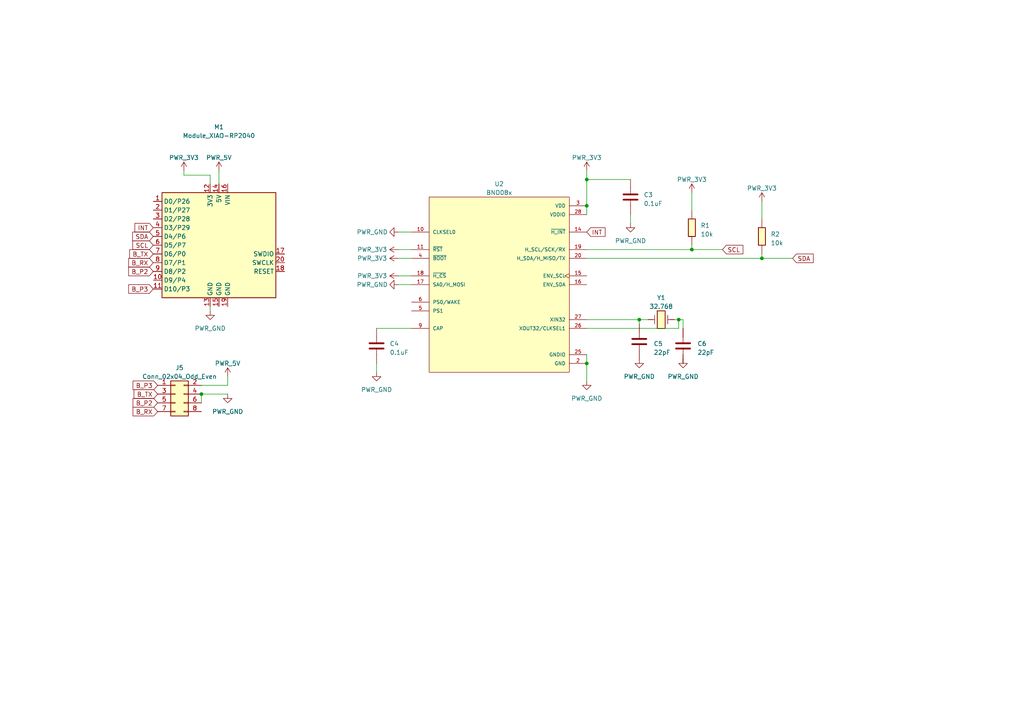
<source format=kicad_sch>
(kicad_sch (version 20230121) (generator eeschema)
  (paper "A4")
  (lib_symbols
    (symbol "BNO080:BNO080" (pin_names (offset 1.016))
      (property "Reference" "U" (at -20.32 26.67 0))
      (property "Value" "BNO080" (at -20.32 -29.21 0))
      (symbol "BNO080_0_0"
        (rectangle (start -20.32 -25.4) (end 20.32 25.4) (stroke (width 0.1524)) (fill (type background)))
        (pin input line (at -25.4 15.24 0) (length 5.08) (name "CLKSEL0") (number "10"))
        (pin input line (at -25.4 10.16 0) (length 5.08) (name "~{RST}") (number "11"))
        (pin output line (at 25.4 15.24 180) (length 5.08) (name "~{H_INT}") (number "14"))
        (pin bidirectional clock (at 25.4 2.54 180) (length 5.08) (name "ENV_SCL") (number "15"))
        (pin bidirectional line (at 25.4 0 180) (length 5.08) (name "ENV_SDA") (number "16"))
        (pin input line (at -25.4 0 0) (length 5.08) (name "SA0/H_MOSI") (number "17"))
        (pin input line (at -25.4 2.54 0) (length 5.08) (name "~{H_CS}") (number "18"))
        (pin bidirectional line (at 25.4 10.16 180) (length 5.08) (name "H_SCL/SCK/RX") (number "19"))
        (pin power_in line (at 25.4 -22.86 180) (length 5.08) (name "GND") (number "2"))
        (pin bidirectional line (at 25.4 7.62 180) (length 5.08) (name "H_SDA/H_MISO/TX") (number "20"))
        (pin power_in line (at 25.4 -20.32 180) (length 5.08) (name "GNDIO") (number "25"))
        (pin output line (at 25.4 -12.7 180) (length 5.08) (name "XOUT32/CLKSEL1") (number "26"))
        (pin input line (at 25.4 -10.16 180) (length 5.08) (name "XIN32") (number "27"))
        (pin power_in line (at 25.4 20.32 180) (length 5.08) (name "VDDIO") (number "28"))
        (pin power_in line (at 25.4 22.86 180) (length 5.08) (name "VDD") (number "3"))
        (pin input line (at -25.4 7.62 0) (length 5.08) (name "~{BOOT}") (number "4"))
        (pin input line (at -25.4 -7.62 0) (length 5.08) (name "PS1") (number "5"))
        (pin input line (at -25.4 -5.08 0) (length 5.08) (name "PS0/WAKE") (number "6"))
        (pin passive line (at -25.4 -12.7 0) (length 5.08) (name "CAP") (number "9"))
      )
    )
    (symbol "Connector_Generic:Conn_02x04_Odd_Even" (pin_names (offset 1.016) hide)
      (property "Reference" "J" (at 1.27 5.08 0))
      (property "Value" "Conn_02x04_Odd_Even" (at 1.27 -7.62 0))
      (symbol "Conn_02x04_Odd_Even_1_1"
        (rectangle (start -1.27 -4.953) (end 0 -5.207) (stroke (width 0.1524)))
        (rectangle (start -1.27 -2.413) (end 0 -2.667) (stroke (width 0.1524)))
        (rectangle (start -1.27 0.127) (end 0 -0.127) (stroke (width 0.1524)))
        (rectangle (start -1.27 2.667) (end 0 2.413) (stroke (width 0.1524)))
        (rectangle (start -1.27 3.81) (end 3.81 -6.35) (stroke (width 0.254)) (fill (type background)))
        (rectangle (start 3.81 -4.953) (end 2.54 -5.207) (stroke (width 0.1524)))
        (rectangle (start 3.81 -2.413) (end 2.54 -2.667) (stroke (width 0.1524)))
        (rectangle (start 3.81 0.127) (end 2.54 -0.127) (stroke (width 0.1524)))
        (rectangle (start 3.81 2.667) (end 2.54 2.413) (stroke (width 0.1524)))
        (pin passive line (at -5.08 2.54 0) (length 3.81) (name "Pin_1") (number "1"))
        (pin passive line (at 7.62 2.54 180) (length 3.81) (name "Pin_2") (number "2"))
        (pin passive line (at -5.08 0 0) (length 3.81) (name "Pin_3") (number "3"))
        (pin passive line (at 7.62 0 180) (length 3.81) (name "Pin_4") (number "4"))
        (pin passive line (at -5.08 -2.54 0) (length 3.81) (name "Pin_5") (number "5"))
        (pin passive line (at 7.62 -2.54 180) (length 3.81) (name "Pin_6") (number "6"))
        (pin passive line (at -5.08 -5.08 0) (length 3.81) (name "Pin_7") (number "7"))
        (pin passive line (at 7.62 -5.08 180) (length 3.81) (name "Pin_8") (number "8"))
      )
    )
    (symbol "fab:C_1206" (pin_numbers hide)
      (property "Reference" "C" (at 0.635 2.54 0))
      (property "Value" "C_1206" (at 0.635 -2.54 0))
      (symbol "C_1206_0_1"
        (polyline (pts (xy -2.032 -0.762) (xy 2.032 -0.762)) (stroke (width 0.508)))
        (polyline (pts (xy -2.032 0.762) (xy 2.032 0.762)) (stroke (width 0.508)))
        (polyline (pts (xy 0 -0.635) (xy 0 -2.54)))
        (polyline (pts (xy 0 0.635) (xy 0 2.54)))
      )
      (symbol "C_1206_1_1"
        (pin passive line (at 0 5.08 270) (length 2.54) (name "~") (number "1"))
        (pin passive line (at 0 -5.08 90) (length 2.54) (name "~") (number "2"))
      )
    )
    (symbol "fab:Crystal_NX5032GA-20" (pin_numbers hide) (pin_names (offset 1.016) hide)
      (property "Reference" "Y" (at 0 3.81 0))
      (property "Value" "Crystal_NX5032GA-20" (at 0 -3.81 0))
      (symbol "Crystal_NX5032GA-20_0_1"
        (rectangle (start -1.143 2.54) (end 1.143 -2.54) (stroke (width 0.254)) (fill (type background)))
        (polyline (pts (xy -2.54 0) (xy -1.905 0)))
        (polyline (pts (xy -1.905 -1.27) (xy -1.905 1.27)))
        (polyline (pts (xy 1.905 -1.27) (xy 1.905 1.27)))
        (polyline (pts (xy 2.54 0) (xy 1.905 0)))
      )
      (symbol "Crystal_NX5032GA-20_1_1"
        (pin passive line (at -3.81 0 0) (length 1.27) (name "1") (number "1"))
        (pin passive line (at 3.81 0 180) (length 1.27) (name "2") (number "2"))
      )
    )
    (symbol "fab:Module_XIAO-RP2040"
      (property "Reference" "M1" (at 0 34.29 0))
      (property "Value" "Module_XIAO-RP2040" (at 0 31.75 0))
      (symbol "Module_XIAO-RP2040_1_1"
        (rectangle (start -16.51 15.24) (end 16.51 -15.24) (stroke (width 0.254)) (fill (type background)))
        (pin bidirectional line (at -19.05 12.7 0) (length 2.54) (name "D0/P26") (number "1"))
        (pin bidirectional line (at -19.05 -10.16 0) (length 2.54) (name "D9/P4") (number "10"))
        (pin bidirectional line (at -19.05 -12.7 0) (length 2.54) (name "D10/P3") (number "11"))
        (pin power_in line (at -2.54 17.78 270) (length 2.54) (name "3V3") (number "12"))
        (pin power_in line (at -2.54 -17.78 90) (length 2.54) (name "GND") (number "13"))
        (pin power_in line (at 0 17.78 270) (length 2.54) (name "5V") (number "14"))
        (pin power_in line (at 0 -17.78 90) (length 2.54) (name "GND") (number "15"))
        (pin power_in line (at 2.54 17.78 270) (length 2.54) (name "VIN") (number "16"))
        (pin bidirectional line (at 19.05 -2.54 180) (length 2.54) (name "SWDIO") (number "17"))
        (pin input line (at 19.05 -7.62 180) (length 2.54) (name "RESET") (number "18"))
        (pin power_in line (at 2.54 -17.78 90) (length 2.54) (name "GND") (number "19"))
        (pin bidirectional line (at -19.05 10.16 0) (length 2.54) (name "D1/P27") (number "2"))
        (pin input line (at 19.05 -5.08 180) (length 2.54) (name "SWCLK") (number "20"))
        (pin bidirectional line (at -19.05 7.62 0) (length 2.54) (name "D2/P28") (number "3"))
        (pin bidirectional line (at -19.05 5.08 0) (length 2.54) (name "D3/P29") (number "4"))
        (pin bidirectional line (at -19.05 2.54 0) (length 2.54) (name "D4/P6") (number "5"))
        (pin bidirectional line (at -19.05 0 0) (length 2.54) (name "D5/P7") (number "6"))
        (pin bidirectional line (at -19.05 -2.54 0) (length 2.54) (name "D6/P0") (number "7"))
        (pin bidirectional line (at -19.05 -5.08 0) (length 2.54) (name "D7/P1") (number "8"))
        (pin bidirectional line (at -19.05 -7.62 0) (length 2.54) (name "D8/P2") (number "9"))
      )
    )
    (symbol "fab:PWR_3V3" (power) (pin_names (offset 0))
      (property "Value" "PWR_3V3" (at 0 3.556 0))
      (symbol "PWR_3V3_0_1"
        (polyline (pts (xy -0.762 1.27) (xy 0 2.54)))
        (polyline (pts (xy 0 0) (xy 0 2.54)))
        (polyline (pts (xy 0 2.54) (xy 0.762 1.27)))
      )
      (symbol "PWR_3V3_1_1"
        (pin power_in line (at 0 0 90) (length 0) hide (name "PWR_3V3") (number "1"))
      )
    )
    (symbol "fab:PWR_5V" (power) (pin_names (offset 0))
      (property "Value" "PWR_5V" (at 0 3.556 0))
      (symbol "PWR_5V_0_1"
        (polyline (pts (xy -0.762 1.27) (xy 0 2.54)))
        (polyline (pts (xy 0 0) (xy 0 2.54)))
        (polyline (pts (xy 0 2.54) (xy 0.762 1.27)))
      )
      (symbol "PWR_5V_1_1"
        (pin power_in line (at 0 0 90) (length 0) hide (name "PWR_5V") (number "1"))
      )
    )
    (symbol "fab:PWR_GND" (power) (pin_names (offset 0))
      (property "Value" "PWR_GND" (at 0 -3.81 0))
      (symbol "PWR_GND_0_1"
        (polyline (pts (xy 0 0) (xy 0 -1.27) (xy 1.27 -1.27) (xy 0 -2.54) (xy -1.27 -1.27) (xy 0 -1.27)))
      )
      (symbol "PWR_GND_1_1"
        (pin power_in line (at 0 0 270) (length 0) hide (name "PWR_GND") (number "1"))
      )
    )
    (symbol "fab:R_1206" (pin_numbers hide) (pin_names (offset 0))
      (property "Reference" "R" (at 2.54 0 90))
      (property "Value" "R_1206" (at -2.54 0 90))
      (symbol "R_1206_0_1"
        (rectangle (start -1.016 -2.54) (end 1.016 2.54) (stroke (width 0.254)) (fill (type background)))
      )
      (symbol "R_1206_1_1"
        (pin passive line (at 0 5.08 270) (length 2.54) (name "~") (number "1"))
        (pin passive line (at 0 -5.08 90) (length 2.54) (name "~") (number "2"))
      )
    )
  )
  (junction (at 170.18 105.41))
  (junction (at 58.42 114.3))
  (junction (at 170.18 59.69))
  (junction (at 200.66 72.39))
  (junction (at 170.18 52.07))
  (junction (at 196.85 92.71))
  (junction (at 220.98 74.93))
  (junction (at 185.42 92.71))
  (wire (pts (xy 115.57 80.01) (xy 119.38 80.01)))
  (wire (pts (xy 200.66 55.88) (xy 200.66 60.96)))
  (wire (pts (xy 115.57 82.55) (xy 119.38 82.55)))
  (wire (pts (xy 196.85 95.25) (xy 196.85 92.71)))
  (wire (pts (xy 58.42 114.3) (xy 66.04 114.3)))
  (wire (pts (xy 63.5 49.53) (xy 63.5 53.34)))
  (wire (pts (xy 198.12 105.41) (xy 198.12 104.14)))
  (wire (pts (xy 170.18 110.49) (xy 170.18 105.41)))
  (wire (pts (xy 66.04 111.76) (xy 58.42 111.76)))
  (wire (pts (xy 58.42 114.3) (xy 58.42 116.84)))
  (wire (pts (xy 60.96 50.8) (xy 60.96 53.34)))
  (wire (pts (xy 53.34 50.8) (xy 60.96 50.8)))
  (wire (pts (xy 170.18 102.87) (xy 170.18 105.41)))
  (wire (pts (xy 185.42 93.98) (xy 185.42 92.71)))
  (wire (pts (xy 109.22 107.95) (xy 109.22 105.41)))
  (wire (pts (xy 196.85 92.71) (xy 198.12 92.71)))
  (wire (pts (xy 187.96 92.71) (xy 185.42 92.71)))
  (wire (pts (xy 170.18 74.93) (xy 220.98 74.93)))
  (wire (pts (xy 182.88 64.77) (xy 182.88 62.23)))
  (wire (pts (xy 200.66 72.39) (xy 209.55 72.39)))
  (wire (pts (xy 170.18 59.69) (xy 170.18 62.23)))
  (wire (pts (xy 115.57 72.39) (xy 119.38 72.39)))
  (wire (pts (xy 220.98 74.93) (xy 229.87 74.93)))
  (wire (pts (xy 115.57 74.93) (xy 119.38 74.93)))
  (wire (pts (xy 53.34 50.8) (xy 53.34 49.53)))
  (wire (pts (xy 170.18 52.07) (xy 170.18 59.69)))
  (wire (pts (xy 220.98 58.42) (xy 220.98 63.5)))
  (wire (pts (xy 170.18 72.39) (xy 200.66 72.39)))
  (wire (pts (xy 170.18 49.53) (xy 170.18 52.07)))
  (wire (pts (xy 195.58 92.71) (xy 196.85 92.71)))
  (wire (pts (xy 60.96 90.17) (xy 60.96 88.9)))
  (wire (pts (xy 185.42 92.71) (xy 170.18 92.71)))
  (wire (pts (xy 220.98 73.66) (xy 220.98 74.93)))
  (wire (pts (xy 66.04 109.22) (xy 66.04 111.76)))
  (wire (pts (xy 115.57 67.31) (xy 119.38 67.31)))
  (wire (pts (xy 109.22 95.25) (xy 119.38 95.25)))
  (wire (pts (xy 198.12 92.71) (xy 198.12 95.25)))
  (wire (pts (xy 200.66 71.12) (xy 200.66 72.39)))
  (wire (pts (xy 170.18 52.07) (xy 182.88 52.07)))
  (wire (pts (xy 170.18 95.25) (xy 196.85 95.25)))
  (global_label "SDA" (shape input) (at 229.87 74.93 0) (property "Intersheetrefs" "${INTERSHEET_REFS}" (effects hide)))
  (global_label "INT" (shape input) (at 170.18 67.31 0) (property "Intersheetrefs" "${INTERSHEET_REFS}" (effects hide)))
  (global_label "B_TX" (shape input) (at 44.45 73.66 180) (property "Intersheetrefs" "${INTERSHEET_REFS}" (effects hide)))
  (global_label "B_P3" (shape input) (at 45.72 111.76 180) (property "Intersheetrefs" "${INTERSHEET_REFS}" (effects hide)))
  (global_label "INT" (shape input) (at 44.45 66.04 180) (property "Intersheetrefs" "${INTERSHEET_REFS}" (effects hide)))
  (global_label "SDA" (shape input) (at 44.45 68.58 180) (property "Intersheetrefs" "${INTERSHEET_REFS}" (effects hide)))
  (global_label "B_P2" (shape input) (at 45.72 116.84 180) (property "Intersheetrefs" "${INTERSHEET_REFS}" (effects hide)))
  (global_label "B_P2" (shape input) (at 44.45 78.74 180) (property "Intersheetrefs" "${INTERSHEET_REFS}" (effects hide)))
  (global_label "SCL" (shape input) (at 209.55 72.39 0) (property "Intersheetrefs" "${INTERSHEET_REFS}" (effects hide)))
  (global_label "B_TX" (shape input) (at 45.72 114.3 180) (property "Intersheetrefs" "${INTERSHEET_REFS}" (effects hide)))
  (global_label "B_RX" (shape input) (at 45.72 119.38 180) (property "Intersheetrefs" "${INTERSHEET_REFS}" (effects hide)))
  (global_label "B_P3" (shape input) (at 44.45 83.82 180) (property "Intersheetrefs" "${INTERSHEET_REFS}" (effects hide)))
  (global_label "B_RX" (shape input) (at 44.45 76.2 180) (property "Intersheetrefs" "${INTERSHEET_REFS}" (effects hide)))
  (global_label "SCL" (shape input) (at 44.45 71.12 180) (property "Intersheetrefs" "${INTERSHEET_REFS}" (effects hide)))
  (symbol (lib_id "fab:R_1206") (at 220.98 68.58 0) (unit 1)
    (property "Reference" "R2" (at 223.52 67.945 0) (effects (justify left)))
    (property "Value" "10k" (at 223.52 70.485 0) (effects (justify left)))
    (property "Footprint" "fab:R_1206" (effects hide))
  )
  (symbol (lib_id "fab:C_1206") (at 109.22 100.33 180) (unit 1)
    (property "Reference" "C4" (at 113.03 99.695 0) (effects (justify right)))
    (property "Value" "0.1uF" (at 113.03 102.235 0) (effects (justify right)))
    (property "Footprint" "fab:C_1206" (effects hide))
    (property "Datasheet" "https://www.yageo.com/upload/media/product/productsearch/datasheet/mlcc/UPY-GP_NP0_16V-to-50V_18.pdf" (effects hide))
  )
  (symbol (lib_id "fab:PWR_3V3") (at 220.98 58.42 0) (unit 1)
    (property "Reference" "#PWR011" (effects hide))
    (property "Value" "PWR_3V3" (at 220.98 54.61 0))
  )
  (symbol (lib_id "fab:PWR_GND") (at 66.04 114.3 0) (unit 1)
    (property "Reference" "#PWR08" (effects hide))
    (property "Value" "PWR_GND" (at 66.04 119.38 0))
  )
  (symbol (lib_id "fab:PWR_GND") (at 115.57 67.31 270) (unit 1)
    (property "Reference" "#PWR020" (effects hide))
    (property "Value" "PWR_GND" (at 107.95 67.31 90))
  )
  (symbol (lib_id "fab:R_1206") (at 200.66 66.04 0) (unit 1)
    (property "Reference" "R1" (at 203.2 65.405 0) (effects (justify left)))
    (property "Value" "10k" (at 203.2 67.945 0) (effects (justify left)))
    (property "Footprint" "fab:R_1206" (effects hide))
  )
  (symbol (lib_id "fab:PWR_3V3") (at 53.34 49.53 0) (unit 1)
    (property "Reference" "#PWR06" (effects hide))
    (property "Value" "PWR_3V3" (at 53.34 45.72 0))
  )
  (symbol (lib_id "fab:PWR_GND") (at 182.88 64.77 0) (unit 1)
    (property "Reference" "#PWR014" (effects hide))
    (property "Value" "PWR_GND" (at 182.88 69.85 0))
  )
  (symbol (lib_id "fab:PWR_3V3") (at 170.18 49.53 0) (unit 1)
    (property "Reference" "#PWR010" (effects hide))
    (property "Value" "PWR_3V3" (at 170.18 45.72 0))
  )
  (symbol (lib_id "fab:PWR_GND") (at 198.12 104.14 0) (unit 1)
    (property "Reference" "#PWR021" (effects hide))
    (property "Value" "PWR_GND" (at 198.12 109.22 0))
  )
  (symbol (lib_id "fab:C_1206") (at 182.88 57.15 0) (unit 1)
    (property "Reference" "C3" (at 186.69 56.515 0) (effects (justify left)))
    (property "Value" "0.1uF" (at 186.69 59.055 0) (effects (justify left)))
    (property "Footprint" "fab:C_1206" (effects hide))
    (property "Datasheet" "https://www.yageo.com/upload/media/product/productsearch/datasheet/mlcc/UPY-GP_NP0_16V-to-50V_18.pdf" (effects hide))
  )
  (symbol (lib_id "fab:PWR_GND") (at 170.18 110.49 0) (unit 1)
    (property "Reference" "#PWR09" (effects hide))
    (property "Value" "PWR_GND" (at 170.18 115.57 0))
  )
  (symbol (lib_id "Connector_Generic:Conn_02x04_Odd_Even") (at 50.8 114.3 0) (unit 1)
    (property "Reference" "J5" (at 52.07 106.68 0))
    (property "Value" "Conn_02x04_Odd_Even" (at 52.07 109.22 0))
    (property "Footprint" "fab:PinHeader_2x04_P2.54mm_Vertical_pinch" (effects hide))
  )
  (symbol (lib_id "fab:PWR_GND") (at 185.42 104.14 0) (unit 1)
    (property "Reference" "#PWR015" (effects hide))
    (property "Value" "PWR_GND" (at 185.42 109.22 0))
  )
  (symbol (lib_id "fab:C_1206") (at 185.42 99.06 0) (unit 1)
    (property "Reference" "C5" (at 189.5691 99.695 0) (effects (justify left)))
    (property "Value" "22pF" (at 189.5691 102.235 0) (effects (justify left)))
    (property "Footprint" "fab:C_1206" (effects hide))
    (property "Datasheet" "https://www.yageo.com/upload/media/product/productsearch/datasheet/mlcc/UPY-GP_NP0_16V-to-50V_18.pdf" (effects hide))
  )
  (symbol (lib_id "BNO080:BNO080") (at 144.78 82.55 0) (unit 1)
    (property "Reference" "U2" (at 144.78 53.34 0))
    (property "Value" "BNO08x" (at 144.78 55.88 0))
    (property "Footprint" "BNO080:IC_BNO080" (effects hide))
    (property "MF" "Hillcrest Laboratories," (effects hide))
    (property "MAXIMUM_PACKAGE_HEIGHT" "1.180 mm" (effects hide))
    (property "Package" "TFLGA-28 Hillcrest Laboratories," (effects hide))
    (property "Price" "None" (effects hide))
    (property "Check_prices" "https://www.snapeda.com/parts/BNO080/Hillcrest+Laboratories%252C+Inc./view-part/?ref=eda" (effects hide))
    (property "STANDARD" "Manufacturer Recommendations" (effects hide))
    (property "PARTREV" "1.6" (effects hide))
    (property "SnapEDA_Link" "https://www.snapeda.com/parts/BNO080/Hillcrest+Laboratories%252C+Inc./view-part/?ref=snap" (effects hide))
    (property "MP" "BNO080" (effects hide))
    (property "Description" "\nAccelerometer, Gyroscope, Magnetometer, 9 Axis Sensor I²C, SPI, UART Output\n" (effects hide))
    (property "Availability" "Not in stock" (effects hide))
    (property "MANUFACTURER" "Hillcrest Laboratories, Inc." (effects hide))
  )
  (symbol (lib_id "fab:PWR_3V3") (at 115.57 72.39 90) (unit 1)
    (property "Reference" "#PWR019" (effects hide))
    (property "Value" "PWR_3V3" (at 107.95 72.39 90))
  )
  (symbol (lib_id "fab:PWR_GND") (at 109.22 107.95 0) (unit 1)
    (property "Reference" "#PWR018" (effects hide))
    (property "Value" "PWR_GND" (at 109.22 113.03 0))
  )
  (symbol (lib_id "fab:Module_XIAO-RP2040") (at 63.5 71.12 0) (unit 1)
    (property "Reference" "M1" (at 63.5 36.83 0))
    (property "Value" "Module_XIAO-RP2040" (at 63.5 39.37 0))
    (property "Footprint" "fab:SeeedStudio_XIAO_RP2040_SMD" (effects hide))
    (property "Datasheet" "https://wiki.seeedstudio.com/XIAO-RP2040/" (effects hide))
  )
  (symbol (lib_id "fab:PWR_5V") (at 66.04 109.22 0) (unit 1)
    (property "Reference" "#PWR07" (effects hide))
    (property "Value" "PWR_5V" (at 66.04 105.41 0))
  )
  (symbol (lib_id "fab:PWR_3V3") (at 200.66 55.88 0) (unit 1)
    (property "Reference" "#PWR01" (effects hide))
    (property "Value" "PWR_3V3" (at 200.66 52.07 0))
  )
  (symbol (lib_id "fab:PWR_GND") (at 115.57 82.55 270) (unit 1)
    (property "Reference" "#PWR013" (effects hide))
    (property "Value" "PWR_GND" (at 107.95 82.55 90))
  )
  (symbol (lib_id "fab:PWR_5V") (at 63.5 49.53 0) (unit 1)
    (property "Reference" "#PWR05" (effects hide))
    (property "Value" "PWR_5V" (at 63.5 45.72 0))
  )
  (symbol (lib_id "fab:PWR_GND") (at 60.96 90.17 0) (unit 1)
    (property "Reference" "#PWR02" (effects hide))
    (property "Value" "PWR_GND" (at 60.96 95.25 0))
  )
  (symbol (lib_id "fab:Crystal_NX5032GA-20") (at 191.77 92.71 0) (unit 1)
    (property "Reference" "Y1" (at 191.77 86.36 0))
    (property "Value" "32.768" (at 191.77 88.9 0))
    (property "Footprint" "fab:Crystal_NX5032GA-20" (effects hide))
    (property "Datasheet" "https://media.digikey.com/pdf/Data%20Sheets/NDK%20PDFs/NX5032GA.pdf" (effects hide))
  )
  (symbol (lib_id "fab:C_1206") (at 198.12 100.33 0) (unit 1)
    (property "Reference" "C6" (at 202.2691 99.695 0) (effects (justify left)))
    (property "Value" "22pF" (at 202.2691 102.235 0) (effects (justify left)))
    (property "Footprint" "fab:C_1206" (effects hide))
    (property "Datasheet" "https://www.yageo.com/upload/media/product/productsearch/datasheet/mlcc/UPY-GP_NP0_16V-to-50V_18.pdf" (effects hide))
  )
  (symbol (lib_id "fab:PWR_3V3") (at 115.57 74.93 90) (unit 1)
    (property "Reference" "#PWR016" (effects hide))
    (property "Value" "PWR_3V3" (at 107.95 74.93 90))
  )
  (symbol (lib_id "fab:PWR_3V3") (at 115.57 80.01 90) (unit 1)
    (property "Reference" "#PWR017" (effects hide))
    (property "Value" "PWR_3V3" (at 107.95 80.01 90))
  )
)
</source>
